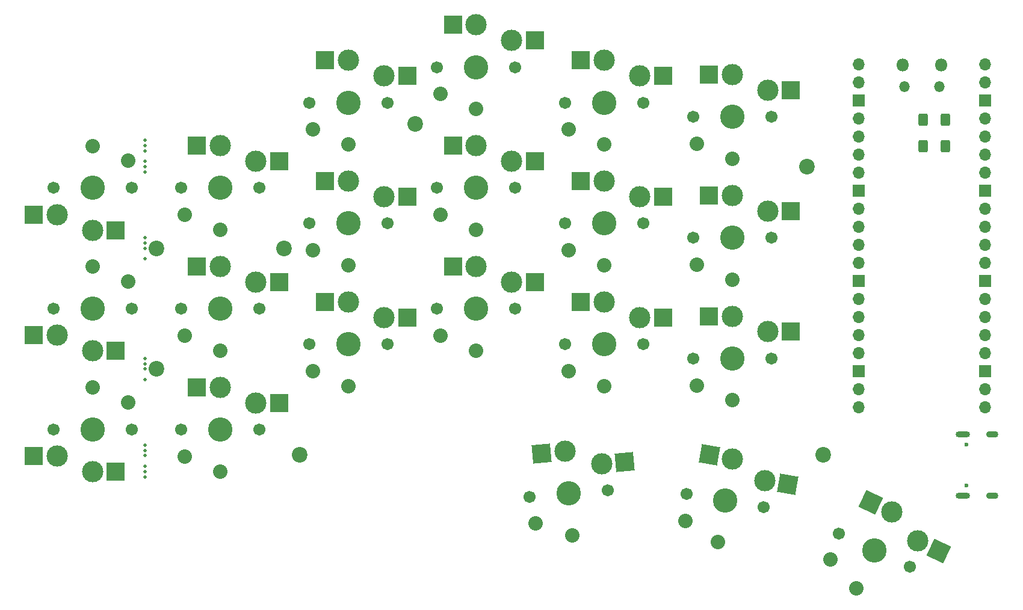
<source format=gbs>
%TF.GenerationSoftware,KiCad,Pcbnew,8.0.8*%
%TF.CreationDate,2025-05-22T15:24:10+02:00*%
%TF.ProjectId,keyboard_pcb,6b657962-6f61-4726-945f-7063622e6b69,rev1.0*%
%TF.SameCoordinates,Original*%
%TF.FileFunction,Soldermask,Bot*%
%TF.FilePolarity,Negative*%
%FSLAX46Y46*%
G04 Gerber Fmt 4.6, Leading zero omitted, Abs format (unit mm)*
G04 Created by KiCad (PCBNEW 8.0.8) date 2025-05-22 15:24:10*
%MOMM*%
%LPD*%
G01*
G04 APERTURE LIST*
G04 Aperture macros list*
%AMRoundRect*
0 Rectangle with rounded corners*
0 $1 Rounding radius*
0 $2 $3 $4 $5 $6 $7 $8 $9 X,Y pos of 4 corners*
0 Add a 4 corners polygon primitive as box body*
4,1,4,$2,$3,$4,$5,$6,$7,$8,$9,$2,$3,0*
0 Add four circle primitives for the rounded corners*
1,1,$1+$1,$2,$3*
1,1,$1+$1,$4,$5*
1,1,$1+$1,$6,$7*
1,1,$1+$1,$8,$9*
0 Add four rect primitives between the rounded corners*
20,1,$1+$1,$2,$3,$4,$5,0*
20,1,$1+$1,$4,$5,$6,$7,0*
20,1,$1+$1,$6,$7,$8,$9,0*
20,1,$1+$1,$8,$9,$2,$3,0*%
%AMRotRect*
0 Rectangle, with rotation*
0 The origin of the aperture is its center*
0 $1 length*
0 $2 width*
0 $3 Rotation angle, in degrees counterclockwise*
0 Add horizontal line*
21,1,$1,$2,0,0,$3*%
G04 Aperture macros list end*
%ADD10C,1.701800*%
%ADD11C,3.000000*%
%ADD12C,3.429000*%
%ADD13R,2.600000X2.600000*%
%ADD14C,2.032000*%
%ADD15C,2.200000*%
%ADD16O,1.800000X1.800000*%
%ADD17O,1.500000X1.500000*%
%ADD18O,1.700000X1.700000*%
%ADD19R,1.700000X1.700000*%
%ADD20RotRect,2.600000X2.600000X5.000000*%
%ADD21C,0.500000*%
%ADD22RotRect,2.600000X2.600000X335.000000*%
%ADD23C,0.600000*%
%ADD24O,2.000000X0.900000*%
%ADD25O,1.700000X0.900000*%
%ADD26RotRect,2.600000X2.600000X350.000000*%
%ADD27RoundRect,0.250000X0.400000X0.625000X-0.400000X0.625000X-0.400000X-0.625000X0.400000X-0.625000X0*%
%ADD28RoundRect,0.250000X-0.400000X-0.625000X0.400000X-0.625000X0.400000X0.625000X-0.400000X0.625000X0*%
G04 APERTURE END LIST*
D10*
%TO.C,K25*%
X158500000Y-94000000D03*
D11*
X164000000Y-88050000D03*
D12*
X164000000Y-94000000D03*
D11*
X169000000Y-90250000D03*
D10*
X169500000Y-94000000D03*
D13*
X160725000Y-88050000D03*
D14*
X164000000Y-99900000D03*
X159000000Y-97800000D03*
D13*
X172275000Y-90250000D03*
%TD*%
D10*
%TO.C,K24*%
X140500000Y-92000000D03*
D11*
X146000000Y-86050000D03*
D12*
X146000000Y-92000000D03*
D11*
X151000000Y-88250000D03*
D10*
X151500000Y-92000000D03*
D13*
X142725000Y-86050000D03*
D14*
X146000000Y-97900000D03*
X141000000Y-95800000D03*
D13*
X154275000Y-88250000D03*
%TD*%
D10*
%TO.C,K21*%
X86500000Y-104000000D03*
D11*
X92000000Y-98050000D03*
D12*
X92000000Y-104000000D03*
D11*
X97000000Y-100250000D03*
D10*
X97500000Y-104000000D03*
D13*
X88725000Y-98050000D03*
D14*
X92000000Y-109900000D03*
X87000000Y-107800000D03*
D13*
X100275000Y-100250000D03*
%TD*%
D10*
%TO.C,K02*%
X104500000Y-58000000D03*
D11*
X110000000Y-52050000D03*
D12*
X110000000Y-58000000D03*
D11*
X115000000Y-54250000D03*
D10*
X115500000Y-58000000D03*
D13*
X106725000Y-52050000D03*
D14*
X110000000Y-63900000D03*
X105000000Y-61800000D03*
D13*
X118275000Y-54250000D03*
%TD*%
D15*
%TO.C,H4*%
X103200000Y-107600000D03*
%TD*%
D10*
%TO.C,K10*%
X79500000Y-87000000D03*
D11*
X74000000Y-92950000D03*
D12*
X74000000Y-87000000D03*
D11*
X69000000Y-90750000D03*
D10*
X68500000Y-87000000D03*
D13*
X77275000Y-92950000D03*
D14*
X74000000Y-81100000D03*
X79000000Y-83200000D03*
D13*
X65725000Y-90750000D03*
%TD*%
D16*
%TO.C,U2*%
X187978200Y-52708000D03*
D17*
X188278200Y-55738000D03*
X193128200Y-55738000D03*
D16*
X193428200Y-52708000D03*
D18*
X181813200Y-52578000D03*
X181813200Y-55118000D03*
D19*
X181813200Y-57658000D03*
D18*
X181813200Y-60198000D03*
X181813200Y-62738000D03*
X181813200Y-65278000D03*
X181813200Y-67818000D03*
D19*
X181813200Y-70358000D03*
D18*
X181813200Y-72898000D03*
X181813200Y-75438000D03*
X181813200Y-77978000D03*
X181813200Y-80518000D03*
D19*
X181813200Y-83058000D03*
D18*
X181813200Y-85598000D03*
X181813200Y-88138000D03*
X181813200Y-90678000D03*
X181813200Y-93218000D03*
D19*
X181813200Y-95758000D03*
D18*
X181813200Y-98298000D03*
X181813200Y-100838000D03*
X199593200Y-100838000D03*
X199593200Y-98298000D03*
D19*
X199593200Y-95758000D03*
D18*
X199593200Y-93218000D03*
X199593200Y-90678000D03*
X199593200Y-88138000D03*
X199593200Y-85598000D03*
D19*
X199593200Y-83058000D03*
D18*
X199593200Y-80518000D03*
X199593200Y-77978000D03*
X199593200Y-75438000D03*
X199593200Y-72898000D03*
D19*
X199593200Y-70358000D03*
D18*
X199593200Y-67818000D03*
X199593200Y-65278000D03*
X199593200Y-62738000D03*
X199593200Y-60198000D03*
D19*
X199593200Y-57658000D03*
D18*
X199593200Y-55118000D03*
X199593200Y-52578000D03*
%TD*%
D10*
%TO.C,K04*%
X140500000Y-58000000D03*
D11*
X146000000Y-52050000D03*
D12*
X146000000Y-58000000D03*
D11*
X151000000Y-54250000D03*
D10*
X151500000Y-58000000D03*
D13*
X142725000Y-52050000D03*
D14*
X146000000Y-63900000D03*
X141000000Y-61800000D03*
D13*
X154275000Y-54250000D03*
%TD*%
D10*
%TO.C,K12*%
X104500000Y-75000000D03*
D11*
X110000000Y-69050000D03*
D12*
X110000000Y-75000000D03*
D11*
X115000000Y-71250000D03*
D10*
X115500000Y-75000000D03*
D13*
X106725000Y-69050000D03*
D14*
X110000000Y-80900000D03*
X105000000Y-78800000D03*
D13*
X118275000Y-71250000D03*
%TD*%
D15*
%TO.C,H2*%
X174500000Y-67000000D03*
%TD*%
D10*
%TO.C,K30*%
X135520929Y-113479357D03*
D11*
X140481423Y-107072642D03*
D12*
X141000000Y-113000000D03*
D11*
X145654139Y-108828491D03*
D10*
X146479071Y-112520643D03*
D20*
X137218886Y-107358077D03*
D14*
X141514219Y-118877549D03*
X136350218Y-117221319D03*
D20*
X148916677Y-108543056D03*
%TD*%
D15*
%TO.C,H4*%
X83050000Y-95500000D03*
%TD*%
D10*
%TO.C,K01*%
X86500000Y-70000000D03*
D11*
X92000000Y-64050000D03*
D12*
X92000000Y-70000000D03*
D11*
X97000000Y-66250000D03*
D10*
X97500000Y-70000000D03*
D13*
X88725000Y-64050000D03*
D14*
X92000000Y-75900000D03*
X87000000Y-73800000D03*
D13*
X100275000Y-66250000D03*
%TD*%
D21*
%TO.C,MB1*%
X81400000Y-80000000D03*
X81400000Y-78500000D03*
X81400000Y-77750000D03*
X81400000Y-77000000D03*
%TD*%
%TO.C,MB3*%
X81400000Y-110685200D03*
X81400000Y-109935200D03*
X81400000Y-109185200D03*
X81400000Y-107685200D03*
X81400000Y-106935200D03*
X81400000Y-106185200D03*
%TD*%
%TO.C,MB2*%
X81400000Y-97000000D03*
X81400000Y-95500000D03*
X81400000Y-94750000D03*
X81400000Y-94000000D03*
%TD*%
D10*
%TO.C,K14*%
X140500000Y-75000000D03*
D11*
X146000000Y-69050000D03*
D12*
X146000000Y-75000000D03*
D11*
X151000000Y-71250000D03*
D10*
X151500000Y-75000000D03*
D13*
X142725000Y-69050000D03*
D14*
X146000000Y-80900000D03*
X141000000Y-78800000D03*
D13*
X154275000Y-71250000D03*
%TD*%
D10*
%TO.C,K23*%
X122500000Y-87000000D03*
D11*
X128000000Y-81050000D03*
D12*
X128000000Y-87000000D03*
D11*
X133000000Y-83250000D03*
D10*
X133500000Y-87000000D03*
D13*
X124725000Y-81050000D03*
D14*
X128000000Y-92900000D03*
X123000000Y-90800000D03*
D13*
X136275000Y-83250000D03*
%TD*%
D10*
%TO.C,K03*%
X122500000Y-53000000D03*
D11*
X128000000Y-47050000D03*
D12*
X128000000Y-53000000D03*
D11*
X133000000Y-49250000D03*
D10*
X133500000Y-53000000D03*
D13*
X124725000Y-47050000D03*
D14*
X128000000Y-58900000D03*
X123000000Y-56800000D03*
D13*
X136275000Y-49250000D03*
%TD*%
D15*
%TO.C,H4*%
X83000000Y-78500000D03*
%TD*%
%TO.C,H1*%
X119400000Y-61000000D03*
%TD*%
D10*
%TO.C,K22*%
X104500000Y-92000000D03*
D11*
X110000000Y-86050000D03*
D12*
X110000000Y-92000000D03*
D11*
X115000000Y-88250000D03*
D10*
X115500000Y-92000000D03*
D13*
X106725000Y-86050000D03*
D14*
X110000000Y-97900000D03*
X105000000Y-95800000D03*
D13*
X118275000Y-88250000D03*
%TD*%
D10*
%TO.C,K15*%
X158500000Y-77000000D03*
D11*
X164000000Y-71050000D03*
D12*
X164000000Y-77000000D03*
D11*
X169000000Y-73250000D03*
D10*
X169500000Y-77000000D03*
D13*
X160725000Y-71050000D03*
D14*
X164000000Y-82900000D03*
X159000000Y-80800000D03*
D13*
X172275000Y-73250000D03*
%TD*%
D15*
%TO.C,H3*%
X176800000Y-107600000D03*
%TD*%
%TO.C,H1*%
X101000000Y-78500000D03*
%TD*%
D10*
%TO.C,K32*%
X179015307Y-118675600D03*
D11*
X186514579Y-115607469D03*
D12*
X184000000Y-121000000D03*
D11*
X190116357Y-119714437D03*
D10*
X188984693Y-123324400D03*
D22*
X183546421Y-114223394D03*
D14*
X181506552Y-126347216D03*
X177862512Y-122330878D03*
D22*
X193084515Y-121098512D03*
%TD*%
D10*
%TO.C,K11*%
X86500000Y-87000000D03*
D11*
X92000000Y-81050000D03*
D12*
X92000000Y-87000000D03*
D11*
X97000000Y-83250000D03*
D10*
X97500000Y-87000000D03*
D13*
X88725000Y-81050000D03*
D14*
X92000000Y-92900000D03*
X87000000Y-90800000D03*
D13*
X100275000Y-83250000D03*
%TD*%
D23*
%TO.C,J2*%
X196950000Y-111890000D03*
X196950000Y-106110000D03*
D24*
X196470000Y-113320000D03*
D25*
X200640000Y-113320000D03*
D24*
X196470000Y-104680000D03*
D25*
X200640000Y-104680000D03*
%TD*%
D10*
%TO.C,K05*%
X158500000Y-60000000D03*
D11*
X164000000Y-54050000D03*
D12*
X164000000Y-60000000D03*
D11*
X169000000Y-56250000D03*
D10*
X169500000Y-60000000D03*
D13*
X160725000Y-54050000D03*
D14*
X164000000Y-65900000D03*
X159000000Y-63800000D03*
D13*
X172275000Y-56250000D03*
%TD*%
D21*
%TO.C,MB4*%
X81400000Y-67785200D03*
X81400000Y-67035200D03*
X81400000Y-66285200D03*
X81400000Y-64785200D03*
X81400000Y-64035200D03*
X81400000Y-63285200D03*
%TD*%
D10*
%TO.C,K20*%
X79500000Y-104000000D03*
D11*
X74000000Y-109950000D03*
D12*
X74000000Y-104000000D03*
D11*
X69000000Y-107750000D03*
D10*
X68500000Y-104000000D03*
D13*
X77275000Y-109950000D03*
D14*
X74000000Y-98100000D03*
X79000000Y-100200000D03*
D13*
X65725000Y-107750000D03*
%TD*%
D10*
%TO.C,K13*%
X122500000Y-70000000D03*
D11*
X128000000Y-64050000D03*
D12*
X128000000Y-70000000D03*
D11*
X133000000Y-66250000D03*
D10*
X133500000Y-70000000D03*
D13*
X124725000Y-64050000D03*
D14*
X128000000Y-75900000D03*
X123000000Y-73800000D03*
D13*
X136275000Y-66250000D03*
%TD*%
D10*
%TO.C,K00*%
X79500000Y-70000000D03*
D11*
X74000000Y-75950000D03*
D12*
X74000000Y-70000000D03*
D11*
X69000000Y-73750000D03*
D10*
X68500000Y-70000000D03*
D13*
X77275000Y-75950000D03*
D14*
X74000000Y-64100000D03*
X79000000Y-66200000D03*
D13*
X65725000Y-73750000D03*
%TD*%
D10*
%TO.C,K31*%
X157583557Y-113044935D03*
D11*
X164033207Y-108140394D03*
D12*
X163000000Y-114000000D03*
D11*
X168575219Y-111175212D03*
D10*
X168416443Y-114955065D03*
D26*
X160807961Y-107571696D03*
D14*
X161975476Y-119810366D03*
X157416098Y-116874029D03*
D26*
X171800465Y-111743910D03*
%TD*%
D27*
%TO.C,R2*%
X193980400Y-64109600D03*
X190880400Y-64109600D03*
%TD*%
D28*
%TO.C,R1*%
X190880400Y-60401200D03*
X193980400Y-60401200D03*
%TD*%
M02*

</source>
